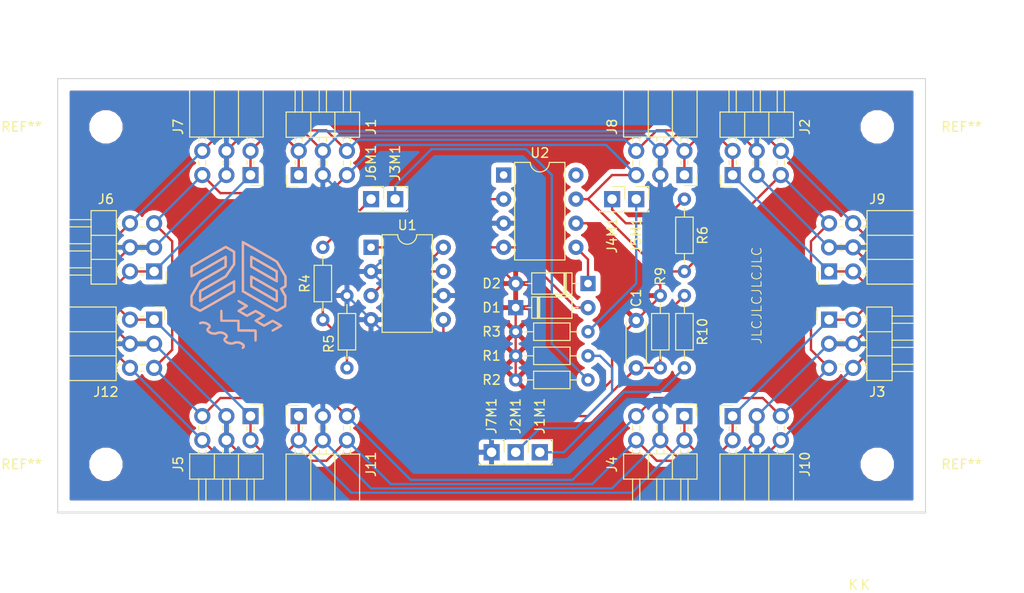
<source format=kicad_pcb>
(kicad_pcb (version 20171130) (host pcbnew "(5.0.2)-1")
  (layers (0 F.Cu signal) (31 B.Cu signal) (34 B.Paste user hide) (35 F.Paste user hide) (36 B.SilkS user) (37 F.SilkS user) (38 B.Mask user) (39 F.Mask user) (44 Edge.Cuts user))
  (net 0 "")
  (net 1 "Net-(C1-Pad1)")
  (net 2 "Net-(C1-Pad2)")
  (net 3 "Net-(D1-Pad1)")
  (net 4 "Net-(D1-Pad2)")
  (net 5 "Net-(D2-Pad1)")
  (net 6 "Net-(J1M1-Pad1)")
  (net 7 "Net-(J2M1-Pad1)")
  (net 8 "Net-(J3M1-Pad1)")
  (net 9 "Net-(J4M1-Pad1)")
  (net 10 "Net-(J5M1-Pad1)")
  (net 11 "Net-(J6M1-Pad1)")
  (net 12 "Net-(R4-Pad1)")
  (net 13 +5V)
  (net 14 +12V)
  (net 15 "Net-(U2-Pad1)")
  (net 16 "Net-(U2-Pad8)")
  (net 17 GND)
  (net 18 -12V)
  (module sb-lib:PinSocket_2x03_P2.54mm_Horizontal-overedge (layer F.Cu) (at 166.37 83.82 270)
    (fp_text reference J8 (at -5.08 7.62 270) (layer F.SilkS))
    (fp_text value Conn_02x03_Odd_Even)
    (pad 1 thru_hole rect (at 0 0 270) (size 1.7 1.7) (drill 1) (layers *.Cu *.Mask) (net 13 +5V))
    (pad 2 thru_hole oval (at -2.54 0 270) (size 1.7 1.7) (drill 1) (layers *.Cu *.Mask) (net 13 +5V))
    (pad 3 thru_hole oval (at 0 2.54 270) (size 1.7 1.7) (drill 1) (layers *.Cu *.Mask) (net 17 GND))
    (pad 4 thru_hole oval (at -2.54 2.54 270) (size 1.7 1.7) (drill 1) (layers *.Cu *.Mask) (net 17 GND))
    (pad 5 thru_hole oval (at 0 5.08 270) (size 1.7 1.7) (drill 1) (layers *.Cu *.Mask) (net 14 +12V))
    (pad 6 thru_hole oval (at -2.54 5.08 270) (size 1.7 1.7) (drill 1) (layers *.Cu *.Mask) (net 18 -12V))
  )
  (module sb-lib:PinSocket_2x03_P2.54mm_Horizontal-overedge (layer F.Cu) (at 181.61 93.98 180)
    (fp_text reference J9 (at -5.08 7.62 180) (layer F.SilkS))
    (fp_text value Conn_02x03_Odd_Even)
    (pad 1 thru_hole rect (at 0 0 180) (size 1.7 1.7) (drill 1) (layers *.Cu *.Mask) (net 13 +5V))
    (pad 2 thru_hole oval (at -2.54 0 180) (size 1.7 1.7) (drill 1) (layers *.Cu *.Mask) (net 13 +5V))
    (pad 3 thru_hole oval (at 0 2.54 180) (size 1.7 1.7) (drill 1) (layers *.Cu *.Mask) (net 17 GND))
    (pad 4 thru_hole oval (at -2.54 2.54 180) (size 1.7 1.7) (drill 1) (layers *.Cu *.Mask) (net 17 GND))
    (pad 5 thru_hole oval (at 0 5.08 180) (size 1.7 1.7) (drill 1) (layers *.Cu *.Mask) (net 14 +12V))
    (pad 6 thru_hole oval (at -2.54 5.08 180) (size 1.7 1.7) (drill 1) (layers *.Cu *.Mask) (net 18 -12V))
  )
  (module sb-lib:PinSocket_2x03_P2.54mm_Horizontal-overedge (layer F.Cu) (at 171.45 109.22 90)
    (fp_text reference J10 (at -5.08 7.62 90) (layer F.SilkS))
    (fp_text value Conn_02x03_Odd_Even)
    (pad 1 thru_hole rect (at 0 0 90) (size 1.7 1.7) (drill 1) (layers *.Cu *.Mask) (net 13 +5V))
    (pad 2 thru_hole oval (at -2.54 0 90) (size 1.7 1.7) (drill 1) (layers *.Cu *.Mask) (net 13 +5V))
    (pad 3 thru_hole oval (at 0 2.54 90) (size 1.7 1.7) (drill 1) (layers *.Cu *.Mask) (net 17 GND))
    (pad 4 thru_hole oval (at -2.54 2.54 90) (size 1.7 1.7) (drill 1) (layers *.Cu *.Mask) (net 17 GND))
    (pad 5 thru_hole oval (at 0 5.08 90) (size 1.7 1.7) (drill 1) (layers *.Cu *.Mask) (net 14 +12V))
    (pad 6 thru_hole oval (at -2.54 5.08 90) (size 1.7 1.7) (drill 1) (layers *.Cu *.Mask) (net 18 -12V))
  )
  (module sb-lib:PinSocket_2x03_P2.54mm_Horizontal-overedge (layer F.Cu) (at 125.73 109.22 90)
    (fp_text reference J11 (at -5.08 7.62 90) (layer F.SilkS))
    (fp_text value Conn_02x03_Odd_Even)
    (pad 1 thru_hole rect (at 0 0 90) (size 1.7 1.7) (drill 1) (layers *.Cu *.Mask) (net 13 +5V))
    (pad 2 thru_hole oval (at -2.54 0 90) (size 1.7 1.7) (drill 1) (layers *.Cu *.Mask) (net 13 +5V))
    (pad 3 thru_hole oval (at 0 2.54 90) (size 1.7 1.7) (drill 1) (layers *.Cu *.Mask) (net 17 GND))
    (pad 4 thru_hole oval (at -2.54 2.54 90) (size 1.7 1.7) (drill 1) (layers *.Cu *.Mask) (net 17 GND))
    (pad 5 thru_hole oval (at 0 5.08 90) (size 1.7 1.7) (drill 1) (layers *.Cu *.Mask) (net 14 +12V))
    (pad 6 thru_hole oval (at -2.54 5.08 90) (size 1.7 1.7) (drill 1) (layers *.Cu *.Mask) (net 18 -12V))
  )
  (module sb-lib:PinSocket_2x03_P2.54mm_Horizontal-overedge (layer F.Cu) (at 110.49 99.06)
    (fp_text reference J12 (at -5.08 7.62) (layer F.SilkS))
    (fp_text value Conn_02x03_Odd_Even)
    (pad 1 thru_hole rect (at 0 0) (size 1.7 1.7) (drill 1) (layers *.Cu *.Mask) (net 13 +5V))
    (pad 2 thru_hole oval (at -2.54 0) (size 1.7 1.7) (drill 1) (layers *.Cu *.Mask) (net 13 +5V))
    (pad 3 thru_hole oval (at 0 2.54) (size 1.7 1.7) (drill 1) (layers *.Cu *.Mask) (net 17 GND))
    (pad 4 thru_hole oval (at -2.54 2.54) (size 1.7 1.7) (drill 1) (layers *.Cu *.Mask) (net 17 GND))
    (pad 5 thru_hole oval (at 0 5.08) (size 1.7 1.7) (drill 1) (layers *.Cu *.Mask) (net 14 +12V))
    (pad 6 thru_hole oval (at -2.54 5.08) (size 1.7 1.7) (drill 1) (layers *.Cu *.Mask) (net 18 -12V))
  )
  (module sb-lib:PinSocket_2x03_P2.54mm_Horizontal-overedge (layer F.Cu) (at 120.65 83.82 270)
    (fp_text reference J7 (at -5.08 7.62 270) (layer F.SilkS))
    (fp_text value Conn_02x03_Odd_Even)
    (pad 1 thru_hole rect (at 0 0 270) (size 1.7 1.7) (drill 1) (layers *.Cu *.Mask) (net 13 +5V))
    (pad 2 thru_hole oval (at -2.54 0 270) (size 1.7 1.7) (drill 1) (layers *.Cu *.Mask) (net 13 +5V))
    (pad 3 thru_hole oval (at 0 2.54 270) (size 1.7 1.7) (drill 1) (layers *.Cu *.Mask) (net 17 GND))
    (pad 4 thru_hole oval (at -2.54 2.54 270) (size 1.7 1.7) (drill 1) (layers *.Cu *.Mask) (net 17 GND))
    (pad 5 thru_hole oval (at 0 5.08 270) (size 1.7 1.7) (drill 1) (layers *.Cu *.Mask) (net 14 +12V))
    (pad 6 thru_hole oval (at -2.54 5.08 270) (size 1.7 1.7) (drill 1) (layers *.Cu *.Mask) (net 18 -12V))
  )
  (module sb-lib:PinHeader_2x03_P2.54mm_Horizontal-overedge (layer F.Cu) (at 125.73 83.82 90)
    (fp_text reference J1 (at 5.08 7.62 90) (layer F.SilkS))
    (fp_text value Conn_02x03_Odd_Even)
    (pad 6 thru_hole oval (at 2.54 5.08 90) (size 1.7 1.7) (drill 1) (layers *.Cu *.Mask) (net 18 -12V))
    (pad 5 thru_hole oval (at 0 5.08 90) (size 1.7 1.7) (drill 1) (layers *.Cu *.Mask) (net 14 +12V))
    (pad 4 thru_hole oval (at 2.54 2.54 90) (size 1.7 1.7) (drill 1) (layers *.Cu *.Mask) (net 17 GND))
    (pad 3 thru_hole oval (at 0 2.54 90) (size 1.7 1.7) (drill 1) (layers *.Cu *.Mask) (net 17 GND))
    (pad 2 thru_hole oval (at 2.54 0 90) (size 1.7 1.7) (drill 1) (layers *.Cu *.Mask) (net 13 +5V))
    (pad 1 thru_hole rect (at 0 0 90) (size 1.7 1.7) (drill 1) (layers *.Cu *.Mask) (net 13 +5V))
  )
  (module sb-lib:PinHeader_2x03_P2.54mm_Horizontal-overedge (layer F.Cu) (at 171.45 83.82 90)
    (fp_text reference J2 (at 5.08 7.62 90) (layer F.SilkS))
    (fp_text value Conn_02x03_Odd_Even)
    (pad 6 thru_hole oval (at 2.54 5.08 90) (size 1.7 1.7) (drill 1) (layers *.Cu *.Mask) (net 18 -12V))
    (pad 5 thru_hole oval (at 0 5.08 90) (size 1.7 1.7) (drill 1) (layers *.Cu *.Mask) (net 14 +12V))
    (pad 4 thru_hole oval (at 2.54 2.54 90) (size 1.7 1.7) (drill 1) (layers *.Cu *.Mask) (net 17 GND))
    (pad 3 thru_hole oval (at 0 2.54 90) (size 1.7 1.7) (drill 1) (layers *.Cu *.Mask) (net 17 GND))
    (pad 2 thru_hole oval (at 2.54 0 90) (size 1.7 1.7) (drill 1) (layers *.Cu *.Mask) (net 13 +5V))
    (pad 1 thru_hole rect (at 0 0 90) (size 1.7 1.7) (drill 1) (layers *.Cu *.Mask) (net 13 +5V))
  )
  (module sb-lib:PinHeader_2x03_P2.54mm_Horizontal-overedge (layer F.Cu) (at 181.61 99.06)
    (fp_text reference J3 (at 5.08 7.62) (layer F.SilkS))
    (fp_text value Conn_02x03_Odd_Even)
    (pad 6 thru_hole oval (at 2.54 5.08) (size 1.7 1.7) (drill 1) (layers *.Cu *.Mask) (net 18 -12V))
    (pad 5 thru_hole oval (at 0 5.08) (size 1.7 1.7) (drill 1) (layers *.Cu *.Mask) (net 14 +12V))
    (pad 4 thru_hole oval (at 2.54 2.54) (size 1.7 1.7) (drill 1) (layers *.Cu *.Mask) (net 17 GND))
    (pad 3 thru_hole oval (at 0 2.54) (size 1.7 1.7) (drill 1) (layers *.Cu *.Mask) (net 17 GND))
    (pad 2 thru_hole oval (at 2.54 0) (size 1.7 1.7) (drill 1) (layers *.Cu *.Mask) (net 13 +5V))
    (pad 1 thru_hole rect (at 0 0) (size 1.7 1.7) (drill 1) (layers *.Cu *.Mask) (net 13 +5V))
  )
  (module sb-lib:PinHeader_2x03_P2.54mm_Horizontal-overedge (layer F.Cu) (at 166.37 109.22 270)
    (fp_text reference J4 (at 5.08 7.62 270) (layer F.SilkS))
    (fp_text value Conn_02x03_Odd_Even)
    (pad 6 thru_hole oval (at 2.54 5.08 270) (size 1.7 1.7) (drill 1) (layers *.Cu *.Mask) (net 18 -12V))
    (pad 5 thru_hole oval (at 0 5.08 270) (size 1.7 1.7) (drill 1) (layers *.Cu *.Mask) (net 14 +12V))
    (pad 4 thru_hole oval (at 2.54 2.54 270) (size 1.7 1.7) (drill 1) (layers *.Cu *.Mask) (net 17 GND))
    (pad 3 thru_hole oval (at 0 2.54 270) (size 1.7 1.7) (drill 1) (layers *.Cu *.Mask) (net 17 GND))
    (pad 2 thru_hole oval (at 2.54 0 270) (size 1.7 1.7) (drill 1) (layers *.Cu *.Mask) (net 13 +5V))
    (pad 1 thru_hole rect (at 0 0 270) (size 1.7 1.7) (drill 1) (layers *.Cu *.Mask) (net 13 +5V))
  )
  (module sb-lib:PinHeader_2x03_P2.54mm_Horizontal-overedge (layer F.Cu) (at 120.65 109.22 270)
    (fp_text reference J5 (at 5.08 7.62 270) (layer F.SilkS))
    (fp_text value Conn_02x03_Odd_Even)
    (pad 6 thru_hole oval (at 2.54 5.08 270) (size 1.7 1.7) (drill 1) (layers *.Cu *.Mask) (net 18 -12V))
    (pad 5 thru_hole oval (at 0 5.08 270) (size 1.7 1.7) (drill 1) (layers *.Cu *.Mask) (net 14 +12V))
    (pad 4 thru_hole oval (at 2.54 2.54 270) (size 1.7 1.7) (drill 1) (layers *.Cu *.Mask) (net 17 GND))
    (pad 3 thru_hole oval (at 0 2.54 270) (size 1.7 1.7) (drill 1) (layers *.Cu *.Mask) (net 17 GND))
    (pad 2 thru_hole oval (at 2.54 0 270) (size 1.7 1.7) (drill 1) (layers *.Cu *.Mask) (net 13 +5V))
    (pad 1 thru_hole rect (at 0 0 270) (size 1.7 1.7) (drill 1) (layers *.Cu *.Mask) (net 13 +5V))
  )
  (module sb-lib:PinHeader_2x03_P2.54mm_Horizontal-overedge (layer F.Cu) (at 110.49 93.98 180)
    (fp_text reference J6 (at 5.08 7.62 180) (layer F.SilkS))
    (fp_text value Conn_02x03_Odd_Even)
    (pad 6 thru_hole oval (at 2.54 5.08 180) (size 1.7 1.7) (drill 1) (layers *.Cu *.Mask) (net 18 -12V))
    (pad 5 thru_hole oval (at 0 5.08 180) (size 1.7 1.7) (drill 1) (layers *.Cu *.Mask) (net 14 +12V))
    (pad 4 thru_hole oval (at 2.54 2.54 180) (size 1.7 1.7) (drill 1) (layers *.Cu *.Mask) (net 17 GND))
    (pad 3 thru_hole oval (at 0 2.54 180) (size 1.7 1.7) (drill 1) (layers *.Cu *.Mask) (net 17 GND))
    (pad 2 thru_hole oval (at 2.54 0 180) (size 1.7 1.7) (drill 1) (layers *.Cu *.Mask) (net 13 +5V))
    (pad 1 thru_hole rect (at 0 0 180) (size 1.7 1.7) (drill 1) (layers *.Cu *.Mask) (net 13 +5V))
  )
  (module Resistor_THT:R_Axial_DIN0204_L3.6mm_D1.6mm_P7.62mm_Horizontal (layer F.Cu) (at 130.81 104.14 90)
    (fp_text reference R5 (at 2.54 -1.905 90) (layer F.SilkS))
    (fp_text value 220)
    (pad 2 thru_hole oval (at 7.62 0 90) (size 1.4 1.4) (drill 0.7) (layers *.Cu *.Mask) (net 17 GND))
    (pad 1 thru_hole circle (at 0 0 90) (size 1.4 1.4) (drill 0.7) (layers *.Cu *.Mask) (net 12 "Net-(R4-Pad1)"))
  )
  (module Capacitor_THT:C_Disc_D4.3mm_W1.9mm_P5.00mm (layer F.Cu) (at 161.29 104.14 90)
    (fp_text reference C1 (at 7.366 0 90) (layer F.SilkS))
    (fp_text value 33pF)
    (pad 1 thru_hole circle (at 0 0 90) (size 1.6 1.6) (drill 0.8) (layers *.Cu *.Mask) (net 1 "Net-(C1-Pad1)"))
    (pad 2 thru_hole circle (at 5 0 90) (size 1.6 1.6) (drill 0.8) (layers *.Cu *.Mask) (net 2 "Net-(C1-Pad2)"))
  )
  (module Diode_THT:D_DO-35_SOD27_P7.62mm_Horizontal (layer F.Cu) (at 148.59 97.79)
    (fp_text reference D1 (at -2.54 0) (layer F.SilkS))
    (fp_text value 1N4148)
    (fp_text user K (at 35.56 29.21) (layer F.SilkS))
    (pad 1 thru_hole rect (at 0 0) (size 1.6 1.6) (drill 0.8) (layers *.Cu *.Mask) (net 3 "Net-(D1-Pad1)"))
    (pad 2 thru_hole oval (at 7.62 0) (size 1.6 1.6) (drill 0.8) (layers *.Cu *.Mask) (net 4 "Net-(D1-Pad2)"))
  )
  (module Diode_THT:D_DO-35_SOD27_P7.62mm_Horizontal (layer F.Cu) (at 156.21 95.25 180)
    (fp_text reference D2 (at 10.16 0 180) (layer F.SilkS))
    (fp_text value 1N4148)
    (fp_text user K (at -29.21 -31.75 180) (layer F.SilkS))
    (pad 1 thru_hole rect (at 0 0 180) (size 1.6 1.6) (drill 0.8) (layers *.Cu *.Mask) (net 5 "Net-(D2-Pad1)"))
    (pad 2 thru_hole oval (at 7.62 0 180) (size 1.6 1.6) (drill 0.8) (layers *.Cu *.Mask) (net 3 "Net-(D1-Pad1)"))
  )
  (module Connector_PinSocket_2.54mm:PinSocket_1x01_P2.54mm_Vertical (layer F.Cu) (at 151.13 113.03)
    (fp_text reference J1M1 (at 0 -3.81 90) (layer F.SilkS))
    (fp_text value Conn_01x01)
    (pad 1 thru_hole rect (at 0 0) (size 1.7 1.7) (drill 1) (layers *.Cu *.Mask) (net 6 "Net-(J1M1-Pad1)"))
  )
  (module Connector_PinSocket_2.54mm:PinSocket_1x01_P2.54mm_Vertical (layer F.Cu) (at 148.59 113.03)
    (fp_text reference J2M1 (at 0 -3.81 90) (layer F.SilkS))
    (fp_text value Conn_01x01)
    (pad 1 thru_hole rect (at 0 0) (size 1.7 1.7) (drill 1) (layers *.Cu *.Mask) (net 7 "Net-(J2M1-Pad1)"))
  )
  (module Connector_PinSocket_2.54mm:PinSocket_1x01_P2.54mm_Vertical (layer F.Cu) (at 135.89 86.36)
    (fp_text reference J3M1 (at 0 -3.81 90) (layer F.SilkS))
    (fp_text value Conn_01x01)
    (pad 1 thru_hole rect (at 0 0) (size 1.7 1.7) (drill 1) (layers *.Cu *.Mask) (net 8 "Net-(J3M1-Pad1)"))
  )
  (module Connector_PinSocket_2.54mm:PinSocket_1x01_P2.54mm_Vertical (layer F.Cu) (at 158.75 86.36)
    (fp_text reference J4M1 (at 0 3.81 90) (layer F.SilkS))
    (fp_text value Conn_01x01)
    (pad 1 thru_hole rect (at 0 0) (size 1.7 1.7) (drill 1) (layers *.Cu *.Mask) (net 9 "Net-(J4M1-Pad1)"))
  )
  (module Connector_PinSocket_2.54mm:PinSocket_1x01_P2.54mm_Vertical (layer F.Cu) (at 161.29 86.36)
    (fp_text reference J5M1 (at 0 3.81 90) (layer F.SilkS))
    (fp_text value Conn_01x01)
    (pad 1 thru_hole rect (at 0 0) (size 1.7 1.7) (drill 1) (layers *.Cu *.Mask) (net 10 "Net-(J5M1-Pad1)"))
  )
  (module Connector_PinSocket_2.54mm:PinSocket_1x01_P2.54mm_Vertical (layer F.Cu) (at 133.35 86.36)
    (fp_text reference J6M1 (at 0 -3.81 90) (layer F.SilkS))
    (fp_text value Conn_01x01)
    (pad 1 thru_hole rect (at 0 0) (size 1.7 1.7) (drill 1) (layers *.Cu *.Mask) (net 11 "Net-(J6M1-Pad1)"))
  )
  (module Resistor_THT:R_Axial_DIN0204_L3.6mm_D1.6mm_P7.62mm_Horizontal (layer F.Cu) (at 148.59 102.87)
    (fp_text reference R1 (at -2.54 0) (layer F.SilkS))
    (fp_text value 100k)
    (pad 1 thru_hole circle (at 0 0) (size 1.4 1.4) (drill 0.7) (layers *.Cu *.Mask) (net 3 "Net-(D1-Pad1)"))
    (pad 2 thru_hole oval (at 7.62 0) (size 1.4 1.4) (drill 0.7) (layers *.Cu *.Mask) (net 7 "Net-(J2M1-Pad1)"))
  )
  (module Resistor_THT:R_Axial_DIN0204_L3.6mm_D1.6mm_P7.62mm_Horizontal (layer F.Cu) (at 148.59 105.41)
    (fp_text reference R2 (at -2.54 0) (layer F.SilkS))
    (fp_text value 100k)
    (pad 1 thru_hole circle (at 0 0) (size 1.4 1.4) (drill 0.7) (layers *.Cu *.Mask) (net 3 "Net-(D1-Pad1)"))
    (pad 2 thru_hole oval (at 7.62 0) (size 1.4 1.4) (drill 0.7) (layers *.Cu *.Mask) (net 8 "Net-(J3M1-Pad1)"))
  )
  (module Resistor_THT:R_Axial_DIN0204_L3.6mm_D1.6mm_P7.62mm_Horizontal (layer F.Cu) (at 148.59 100.33)
    (fp_text reference R3 (at -2.54 0) (layer F.SilkS))
    (fp_text value 100k)
    (pad 2 thru_hole oval (at 7.62 0) (size 1.4 1.4) (drill 0.7) (layers *.Cu *.Mask) (net 10 "Net-(J5M1-Pad1)"))
    (pad 1 thru_hole circle (at 0 0) (size 1.4 1.4) (drill 0.7) (layers *.Cu *.Mask) (net 3 "Net-(D1-Pad1)"))
  )
  (module Resistor_THT:R_Axial_DIN0204_L3.6mm_D1.6mm_P7.62mm_Horizontal (layer F.Cu) (at 128.27 99.06 90)
    (fp_text reference R4 (at 3.81 -1.905 90) (layer F.SilkS))
    (fp_text value 100k)
    (pad 1 thru_hole circle (at 0 0 90) (size 1.4 1.4) (drill 0.7) (layers *.Cu *.Mask) (net 12 "Net-(R4-Pad1)"))
    (pad 2 thru_hole oval (at 7.62 0 90) (size 1.4 1.4) (drill 0.7) (layers *.Cu *.Mask) (net 11 "Net-(J6M1-Pad1)"))
  )
  (module Resistor_THT:R_Axial_DIN0204_L3.6mm_D1.6mm_P7.62mm_Horizontal (layer F.Cu) (at 166.37 86.36 270)
    (fp_text reference R6 (at 3.81 -1.92 270) (layer F.SilkS))
    (fp_text value 20k)
    (pad 2 thru_hole oval (at 7.62 0 270) (size 1.4 1.4) (drill 0.7) (layers *.Cu *.Mask) (net 14 +12V))
    (pad 1 thru_hole circle (at 0 0 270) (size 1.4 1.4) (drill 0.7) (layers *.Cu *.Mask) (net 9 "Net-(J4M1-Pad1)"))
  )
  (module Resistor_THT:R_Axial_DIN0204_L3.6mm_D1.6mm_P7.62mm_Horizontal (layer F.Cu) (at 163.83 104.14 90)
    (fp_text reference R9 (at 9.652 0 90) (layer F.SilkS))
    (fp_text value 560k)
    (pad 1 thru_hole circle (at 0 0 90) (size 1.4 1.4) (drill 0.7) (layers *.Cu *.Mask) (net 1 "Net-(C1-Pad1)"))
    (pad 2 thru_hole oval (at 7.62 0 90) (size 1.4 1.4) (drill 0.7) (layers *.Cu *.Mask) (net 2 "Net-(C1-Pad2)"))
  )
  (module Resistor_THT:R_Axial_DIN0204_L3.6mm_D1.6mm_P7.62mm_Horizontal (layer F.Cu) (at 166.37 104.14 90)
    (fp_text reference R10 (at 3.81 1.905 90) (layer F.SilkS))
    (fp_text value 1k)
    (pad 2 thru_hole oval (at 7.62 0 90) (size 1.4 1.4) (drill 0.7) (layers *.Cu *.Mask) (net 1 "Net-(C1-Pad1)"))
    (pad 1 thru_hole circle (at 0 0 90) (size 1.4 1.4) (drill 0.7) (layers *.Cu *.Mask) (net 6 "Net-(J1M1-Pad1)"))
  )
  (module Package_DIP:DIP-8_W7.62mm (layer F.Cu) (at 147.32 83.82)
    (fp_text reference U2 (at 3.81 -2.33) (layer F.SilkS))
    (fp_text value CA3080)
    (pad 1 thru_hole rect (at 0 0) (size 1.6 1.6) (drill 0.8) (layers *.Cu *.Mask) (net 15 "Net-(U2-Pad1)"))
    (pad 5 thru_hole oval (at 7.62 7.62) (size 1.6 1.6) (drill 0.8) (layers *.Cu *.Mask) (net 5 "Net-(D2-Pad1)"))
    (pad 2 thru_hole oval (at 0 2.54) (size 1.6 1.6) (drill 0.8) (layers *.Cu *.Mask) (net 12 "Net-(R4-Pad1)"))
    (pad 6 thru_hole oval (at 7.62 5.08) (size 1.6 1.6) (drill 0.8) (layers *.Cu *.Mask) (net 2 "Net-(C1-Pad2)"))
    (pad 3 thru_hole oval (at 0 5.08) (size 1.6 1.6) (drill 0.8) (layers *.Cu *.Mask) (net 17 GND))
    (pad 7 thru_hole oval (at 7.62 2.54) (size 1.6 1.6) (drill 0.8) (layers *.Cu *.Mask) (net 14 +12V))
    (pad 4 thru_hole oval (at 0 7.62) (size 1.6 1.6) (drill 0.8) (layers *.Cu *.Mask) (net 4 "Net-(D1-Pad2)"))
    (pad 8 thru_hole oval (at 7.62 0) (size 1.6 1.6) (drill 0.8) (layers *.Cu *.Mask) (net 16 "Net-(U2-Pad8)"))
  )
  (module Connector_PinSocket_2.54mm:PinSocket_1x01_P2.54mm_Vertical (layer F.Cu) (at 146.05 113.03)
    (fp_text reference J7M1 (at 0 -3.81 90) (layer F.SilkS))
    (fp_text value Conn_01x01)
    (pad 1 thru_hole rect (at 0 0) (size 1.7 1.7) (drill 1) (layers *.Cu *.Mask) (net 17 GND))
  )
  (module Package_DIP:DIP-8_W7.62mm (layer F.Cu) (at 133.35 91.44)
    (fp_text reference U1 (at 3.81 -2.33) (layer F.SilkS))
    (fp_text value TL072)
    (pad 1 thru_hole rect (at 0 0) (size 1.6 1.6) (drill 0.8) (layers *.Cu *.Mask) (net 4 "Net-(D1-Pad2)"))
    (pad 5 thru_hole oval (at 7.62 7.62) (size 1.6 1.6) (drill 0.8) (layers *.Cu *.Mask) (net 2 "Net-(C1-Pad2)"))
    (pad 2 thru_hole oval (at 0 2.54) (size 1.6 1.6) (drill 0.8) (layers *.Cu *.Mask) (net 17 GND))
    (pad 6 thru_hole oval (at 7.62 5.08) (size 1.6 1.6) (drill 0.8) (layers *.Cu *.Mask) (net 17 GND))
    (pad 3 thru_hole oval (at 0 5.08) (size 1.6 1.6) (drill 0.8) (layers *.Cu *.Mask) (net 3 "Net-(D1-Pad1)"))
    (pad 7 thru_hole oval (at 7.62 2.54) (size 1.6 1.6) (drill 0.8) (layers *.Cu *.Mask) (net 1 "Net-(C1-Pad1)"))
    (pad 4 thru_hole oval (at 0 7.62) (size 1.6 1.6) (drill 0.8) (layers *.Cu *.Mask) (net 17 GND))
    (pad 8 thru_hole oval (at 7.62 0) (size 1.6 1.6) (drill 0.8) (layers *.Cu *.Mask) (net 14 +12V))
  )
  (module logo:synthbloks-logo-pcb-soldermask (layer B.Cu) (at 119.38 96.52)
    (fp_text reference G*** hide)
    (fp_text value LOGO hide)
  )
  (module logo:synthbloks-logo-pcb-silkscreen (layer B.Cu) (at 119.38 96.52)
    (fp_text reference G*** hide)
    (fp_text value LOGO hide)
  )
  (module MountingHole:MountingHole_2.5mm (layer F.Cu) (at 105.41 78.74)
    (fp_text reference REF** (at -8.89 0) (layer F.SilkS))
    (fp_text value MountingHole_2.5mm)
    (pad 1 np_thru_hole circle (at 0 0) (size 2.5 2.5) (drill 2.5) (layers *.Cu *.Mask))
  )
  (module MountingHole:MountingHole_2.5mm (layer F.Cu) (at 105.41 114.3)
    (fp_text reference REF** (at -8.89 0) (layer F.SilkS))
    (fp_text value MountingHole_2.5mm)
    (pad 1 np_thru_hole circle (at 0 0) (size 2.5 2.5) (drill 2.5) (layers *.Cu *.Mask))
  )
  (module MountingHole:MountingHole_2.5mm (layer F.Cu) (at 186.69 114.3)
    (fp_text reference REF** (at 8.89 0) (layer F.SilkS))
    (fp_text value MountingHole_2.5mm)
    (pad 1 np_thru_hole circle (at 0 0) (size 2.5 2.5) (drill 2.5) (layers *.Cu *.Mask))
  )
  (module MountingHole:MountingHole_2.5mm (layer F.Cu) (at 186.69 78.74)
    (fp_text reference REF** (at 8.89 0) (layer F.SilkS))
    (fp_text value MountingHole_2.5mm)
    (pad "" np_thru_hole circle (at 0 0) (size 2.5 2.5) (drill 2.5) (layers *.Cu *.Mask))
  )
  (gr_text JLCJLCJLCJLC (at 173.99 96.52 90) (layer F.SilkS) (effects (font (size 1 1) (thickness 0.1))))
  (gr_line (start 100.33 119.38) (end 191.77 119.38) (layer Edge.Cuts) (width 0.2))
  (gr_line (start 100.33 119.38) (end 100.33 73.66) (layer Edge.Cuts) (width 0.1))
  (gr_line (start 191.77 73.66) (end 191.77 119.38) (layer Edge.Cuts) (width 0.1))
  (gr_line (start 100.33 73.66) (end 191.77 73.66) (layer Edge.Cuts) (width 0.1))
  (segment (start 161.29 104.14) (end 163.83 104.14) (width 0.25) (layer F.Cu) (net 1))
  (segment (start 163.83 99.06) (end 166.37 96.52) (width 0.25) (layer F.Cu) (net 1))
  (segment (start 163.83 104.14) (end 163.83 99.06) (width 0.25) (layer F.Cu) (net 1))
  (segment (start 156.21 109.22) (end 161.29 104.14) (width 0.25) (layer F.Cu) (net 1))
  (segment (start 148.59 109.22) (end 156.21 109.22) (width 0.25) (layer F.Cu) (net 1))
  (segment (start 139.7 93.98) (end 140.97 93.98) (width 0.25) (layer F.Cu) (net 1))
  (segment (start 138.43 95.25) (end 139.7 93.98) (width 0.25) (layer F.Cu) (net 1))
  (segment (start 148.59 109.22) (end 138.43 99.06) (width 0.25) (layer F.Cu) (net 1))
  (segment (start 138.43 99.06) (end 138.43 95.25) (width 0.25) (layer F.Cu) (net 1))
  (segment (start 163.83 96.6) (end 163.83 96.52) (width 0.25) (layer F.Cu) (net 2))
  (segment (start 161.29 99.14) (end 163.83 96.6) (width 0.25) (layer F.Cu) (net 2))
  (segment (start 163.83 96.52) (end 163.83 95.25) (width 0.25) (layer F.Cu) (net 2))
  (segment (start 163.83 95.25) (end 157.48 88.9) (width 0.25) (layer F.Cu) (net 2))
  (segment (start 157.48 88.9) (end 156.21 88.9) (width 0.25) (layer F.Cu) (net 2))
  (segment (start 158.75 105.41) (end 156.21 107.95) (width 0.25) (layer F.Cu) (net 2))
  (segment (start 161.29 99.14) (end 158.75 101.68) (width 0.25) (layer F.Cu) (net 2))
  (segment (start 158.75 101.68) (end 158.75 105.41) (width 0.25) (layer F.Cu) (net 2))
  (segment (start 156.21 88.9) (end 154.94 88.9) (width 0.25) (layer F.Cu) (net 2))
  (segment (start 156.21 107.95) (end 148.59 107.95) (width 0.25) (layer F.Cu) (net 2))
  (segment (start 148.59 107.95) (end 140.97 100.33) (width 0.25) (layer F.Cu) (net 2))
  (segment (start 140.97 100.33) (end 140.97 99.06) (width 0.25) (layer F.Cu) (net 2))
  (segment (start 148.59 95.25) (end 148.59 97.79) (width 0.25) (layer F.Cu) (net 3))
  (segment (start 148.59 97.79) (end 148.59 100.33) (width 0.25) (layer F.Cu) (net 3))
  (segment (start 148.59 100.33) (end 148.59 102.87) (width 0.25) (layer F.Cu) (net 3))
  (segment (start 148.59 102.87) (end 148.59 105.41) (width 0.25) (layer F.Cu) (net 3))
  (segment (start 148.59 95.25) (end 142.24 88.9) (width 0.25) (layer F.Cu) (net 3))
  (segment (start 140.97 88.9) (end 133.35 96.52) (width 0.25) (layer F.Cu) (net 3))
  (segment (start 142.24 88.9) (end 140.97 88.9) (width 0.25) (layer F.Cu) (net 3))
  (segment (start 148.59 91.44) (end 154.94 97.79) (width 0.25) (layer F.Cu) (net 4))
  (segment (start 154.94 97.79) (end 156.21 97.79) (width 0.25) (layer F.Cu) (net 4))
  (segment (start 142.24 87.63) (end 146.05 91.44) (width 0.25) (layer F.Cu) (net 4))
  (segment (start 146.05 91.44) (end 148.59 91.44) (width 0.25) (layer F.Cu) (net 4))
  (segment (start 135.89 91.44) (end 133.35 91.44) (width 0.25) (layer F.Cu) (net 4))
  (segment (start 139.7 87.63) (end 135.89 91.44) (width 0.25) (layer F.Cu) (net 4))
  (segment (start 139.7 87.63) (end 142.24 87.63) (width 0.25) (layer F.Cu) (net 4))
  (segment (start 156.21 92.71) (end 154.94 91.44) (width 0.25) (layer F.Cu) (net 5))
  (segment (start 156.21 92.71) (end 156.21 95.25) (width 0.25) (layer F.Cu) (net 5))
  (segment (start 153.67 113.03) (end 160.02 106.68) (width 0.25) (layer B.Cu) (net 6))
  (segment (start 163.83 106.68) (end 166.37 104.14) (width 0.25) (layer B.Cu) (net 6))
  (segment (start 160.02 106.68) (end 163.83 106.68) (width 0.25) (layer B.Cu) (net 6))
  (segment (start 153.67 113.03) (end 151.13 113.03) (width 0.25) (layer B.Cu) (net 6))
  (segment (start 157.48 102.87) (end 158.75 104.14) (width 0.25) (layer B.Cu) (net 7))
  (segment (start 158.75 104.14) (end 158.75 106.68) (width 0.25) (layer B.Cu) (net 7))
  (segment (start 158.75 106.68) (end 154.94 110.49) (width 0.25) (layer B.Cu) (net 7))
  (segment (start 156.21 102.87) (end 157.48 102.87) (width 0.25) (layer B.Cu) (net 7))
  (segment (start 151.13 110.49) (end 148.59 113.03) (width 0.25) (layer B.Cu) (net 7))
  (segment (start 154.94 110.49) (end 151.13 110.49) (width 0.25) (layer B.Cu) (net 7))
  (segment (start 135.89 85.09) (end 135.89 86.36) (width 0.25) (layer B.Cu) (net 8))
  (segment (start 152.4 101.6) (end 152.4 83.82) (width 0.25) (layer B.Cu) (net 8))
  (segment (start 156.21 105.41) (end 152.4 101.6) (width 0.25) (layer B.Cu) (net 8))
  (segment (start 152.4 83.82) (end 149.67501 81.09501) (width 0.25) (layer B.Cu) (net 8))
  (segment (start 149.67501 81.09501) (end 139.71499 81.09501) (width 0.25) (layer B.Cu) (net 8))
  (segment (start 139.71499 81.09501) (end 135.89 84.92) (width 0.25) (layer B.Cu) (net 8))
  (segment (start 135.89 84.92) (end 135.89 85.09) (width 0.25) (layer B.Cu) (net 8))
  (segment (start 158.75 87.46) (end 160.19 88.9) (width 0.25) (layer F.Cu) (net 9))
  (segment (start 158.75 86.36) (end 158.75 87.46) (width 0.25) (layer F.Cu) (net 9))
  (segment (start 163.83 88.9) (end 166.37 86.36) (width 0.25) (layer F.Cu) (net 9))
  (segment (start 160.19 88.9) (end 163.83 88.9) (width 0.25) (layer F.Cu) (net 9))
  (segment (start 161.29 95.25) (end 161.29 86.36) (width 0.25) (layer B.Cu) (net 10))
  (segment (start 156.21 100.33) (end 161.29 95.25) (width 0.25) (layer B.Cu) (net 10))
  (segment (start 128.27 91.44) (end 133.35 86.36) (width 0.25) (layer F.Cu) (net 11))
  (segment (start 128.27 99.06) (end 130.81 101.6) (width 0.25) (layer F.Cu) (net 12))
  (segment (start 130.81 101.6) (end 130.81 104.14) (width 0.25) (layer F.Cu) (net 12))
  (segment (start 128.27 99.06) (end 128.27 93.98) (width 0.25) (layer F.Cu) (net 12))
  (segment (start 135.89 88.9) (end 133.35 88.9) (width 0.25) (layer F.Cu) (net 12))
  (segment (start 138.43 86.36) (end 135.89 88.9) (width 0.25) (layer F.Cu) (net 12))
  (segment (start 128.27 93.98) (end 133.35 88.9) (width 0.25) (layer F.Cu) (net 12))
  (segment (start 138.43 86.36) (end 147.32 86.36) (width 0.25) (layer F.Cu) (net 12))
  (segment (start 110.49 93.98) (end 111.76 92.71) (width 0.25) (layer B.Cu) (net 13))
  (segment (start 165.520001 80.430001) (end 166.37 81.28) (width 0.25) (layer B.Cu) (net 13))
  (segment (start 164.294981 79.204981) (end 165.520001 80.430001) (width 0.25) (layer B.Cu) (net 13))
  (segment (start 127.805019 79.204981) (end 164.294981 79.204981) (width 0.25) (layer B.Cu) (net 13))
  (segment (start 125.73 81.28) (end 127.805019 79.204981) (width 0.25) (layer B.Cu) (net 13))
  (segment (start 126.579999 112.609999) (end 125.73 111.76) (width 0.25) (layer B.Cu) (net 13))
  (segment (start 131.260009 117.290009) (end 126.579999 112.609999) (width 0.25) (layer B.Cu) (net 13))
  (segment (start 160.839991 117.290009) (end 131.260009 117.290009) (width 0.25) (layer B.Cu) (net 13))
  (segment (start 166.37 111.76) (end 160.839991 117.290009) (width 0.25) (layer B.Cu) (net 13))
  (segment (start 120.65 109.22) (end 110.49 99.06) (width 0.25) (layer B.Cu) (net 13))
  (segment (start 111.76 92.71) (end 120.65 83.82) (width 0.25) (layer B.Cu) (net 13))
  (segment (start 171.45 109.22) (end 181.61 99.06) (width 0.25) (layer B.Cu) (net 13))
  (segment (start 181.61 93.98) (end 180.34 92.71) (width 0.25) (layer B.Cu) (net 13))
  (segment (start 180.34 92.71) (end 171.45 83.82) (width 0.25) (layer B.Cu) (net 13))
  (segment (start 166.37 81.28) (end 167.64 80.01) (width 0.25) (layer F.Cu) (net 13))
  (segment (start 167.64 80.01) (end 170.18 80.01) (width 0.25) (layer F.Cu) (net 13))
  (segment (start 170.18 80.01) (end 171.45 81.28) (width 0.25) (layer F.Cu) (net 13))
  (segment (start 184.15 93.98) (end 185.42 95.25) (width 0.25) (layer F.Cu) (net 13))
  (segment (start 185.42 95.25) (end 185.42 97.79) (width 0.25) (layer F.Cu) (net 13))
  (segment (start 185.42 97.79) (end 184.15 99.06) (width 0.25) (layer F.Cu) (net 13))
  (segment (start 166.37 111.76) (end 167.64 113.03) (width 0.25) (layer F.Cu) (net 13))
  (segment (start 167.64 113.03) (end 170.18 113.03) (width 0.25) (layer F.Cu) (net 13))
  (segment (start 170.18 113.03) (end 171.45 111.76) (width 0.25) (layer F.Cu) (net 13))
  (segment (start 120.65 111.76) (end 121.92 113.03) (width 0.25) (layer F.Cu) (net 13))
  (segment (start 121.92 113.03) (end 124.46 113.03) (width 0.25) (layer F.Cu) (net 13))
  (segment (start 124.46 113.03) (end 125.73 111.76) (width 0.25) (layer F.Cu) (net 13))
  (segment (start 107.95 99.06) (end 106.68 97.79) (width 0.25) (layer F.Cu) (net 13))
  (segment (start 106.68 97.79) (end 106.68 95.25) (width 0.25) (layer F.Cu) (net 13))
  (segment (start 106.68 95.25) (end 107.95 93.98) (width 0.25) (layer F.Cu) (net 13))
  (segment (start 120.65 81.28) (end 121.92 80.01) (width 0.25) (layer F.Cu) (net 13))
  (segment (start 121.92 80.01) (end 124.46 80.01) (width 0.25) (layer F.Cu) (net 13))
  (segment (start 124.46 80.01) (end 125.73 81.28) (width 0.25) (layer F.Cu) (net 13))
  (segment (start 110.49 93.98) (end 107.95 93.98) (width 0.25) (layer F.Cu) (net 13))
  (segment (start 110.49 99.06) (end 107.95 99.06) (width 0.25) (layer F.Cu) (net 13))
  (segment (start 120.65 111.76) (end 120.65 109.22) (width 0.25) (layer F.Cu) (net 13))
  (segment (start 125.73 111.76) (end 125.73 109.22) (width 0.25) (layer F.Cu) (net 13))
  (segment (start 166.37 111.76) (end 166.37 109.22) (width 0.25) (layer F.Cu) (net 13))
  (segment (start 171.45 111.76) (end 171.45 109.22) (width 0.25) (layer F.Cu) (net 13))
  (segment (start 181.61 99.06) (end 184.15 99.06) (width 0.25) (layer F.Cu) (net 13))
  (segment (start 184.15 93.98) (end 181.61 93.98) (width 0.25) (layer F.Cu) (net 13))
  (segment (start 171.45 81.28) (end 171.45 83.82) (width 0.25) (layer F.Cu) (net 13))
  (segment (start 166.37 83.82) (end 166.37 81.28) (width 0.25) (layer F.Cu) (net 13))
  (segment (start 125.73 81.28) (end 125.73 83.82) (width 0.25) (layer F.Cu) (net 13))
  (segment (start 120.65 83.82) (end 120.65 81.28) (width 0.25) (layer F.Cu) (net 13))
  (segment (start 163.83 93.98) (end 166.37 93.98) (width 0.25) (layer F.Cu) (net 14))
  (segment (start 156.21 86.36) (end 163.83 93.98) (width 0.25) (layer F.Cu) (net 14))
  (segment (start 156.21 86.36) (end 154.94 86.36) (width 0.25) (layer F.Cu) (net 14))
  (segment (start 110.49 104.14) (end 115.57 109.22) (width 0.25) (layer B.Cu) (net 14))
  (segment (start 110.49 88.9) (end 115.57 83.82) (width 0.25) (layer B.Cu) (net 14))
  (segment (start 176.53 109.22) (end 181.61 104.14) (width 0.25) (layer B.Cu) (net 14))
  (segment (start 181.61 88.9) (end 176.53 83.82) (width 0.25) (layer B.Cu) (net 14))
  (segment (start 156.21 86.36) (end 158.75 83.82) (width 0.25) (layer F.Cu) (net 14))
  (segment (start 158.75 83.82) (end 161.29 83.82) (width 0.25) (layer F.Cu) (net 14))
  (segment (start 137.979991 94.430009) (end 140.97 91.44) (width 0.25) (layer F.Cu) (net 14))
  (segment (start 137.16 95.25) (end 137.979991 94.430009) (width 0.25) (layer F.Cu) (net 14))
  (segment (start 130.81 109.22) (end 137.16 102.87) (width 0.25) (layer F.Cu) (net 14))
  (segment (start 137.16 102.87) (end 137.16 95.25) (width 0.25) (layer F.Cu) (net 14))
  (segment (start 111.339999 103.290001) (end 110.49 104.14) (width 0.25) (layer F.Cu) (net 14))
  (segment (start 180.760001 103.290001) (end 181.61 104.14) (width 0.25) (layer F.Cu) (net 14))
  (segment (start 128.905 85.725) (end 130.81 83.82) (width 0.25) (layer F.Cu) (net 14))
  (segment (start 117.475 85.725) (end 128.905 85.725) (width 0.25) (layer F.Cu) (net 14))
  (segment (start 115.57 83.82) (end 117.475 85.725) (width 0.25) (layer F.Cu) (net 14))
  (segment (start 112.395 90.805) (end 112.395 102.235) (width 0.25) (layer F.Cu) (net 14))
  (segment (start 112.395 102.235) (end 111.339999 103.290001) (width 0.25) (layer F.Cu) (net 14))
  (segment (start 110.49 88.9) (end 112.395 90.805) (width 0.25) (layer F.Cu) (net 14))
  (segment (start 117.475 107.315) (end 128.905 107.315) (width 0.25) (layer F.Cu) (net 14))
  (segment (start 130.81 109.22) (end 128.905 107.315) (width 0.25) (layer F.Cu) (net 14))
  (segment (start 117.475 107.315) (end 115.57 109.22) (width 0.25) (layer F.Cu) (net 14))
  (segment (start 163.195 107.315) (end 174.625 107.315) (width 0.25) (layer F.Cu) (net 14))
  (segment (start 176.53 109.22) (end 174.625 107.315) (width 0.25) (layer F.Cu) (net 14))
  (segment (start 163.195 107.315) (end 161.29 109.22) (width 0.25) (layer F.Cu) (net 14))
  (segment (start 179.705 90.805) (end 179.705 102.235) (width 0.25) (layer F.Cu) (net 14))
  (segment (start 179.705 102.235) (end 180.760001 103.290001) (width 0.25) (layer F.Cu) (net 14))
  (segment (start 181.61 88.9) (end 179.705 90.805) (width 0.25) (layer F.Cu) (net 14))
  (segment (start 176.53 83.82) (end 166.37 93.98) (width 0.25) (layer F.Cu) (net 14))
  (segment (start 130.81 109.22) (end 137.52998 115.93998) (width 0.25) (layer B.Cu) (net 14))
  (segment (start 154.57002 115.93998) (end 161.29 109.22) (width 0.25) (layer B.Cu) (net 14))
  (segment (start 137.52998 115.93998) (end 154.57002 115.93998) (width 0.25) (layer B.Cu) (net 14))
  (segment (start 161.29 83.82) (end 158.115 80.645) (width 0.25) (layer B.Cu) (net 14))
  (segment (start 133.985 80.645) (end 130.81 83.82) (width 0.25) (layer B.Cu) (net 14))
  (segment (start 158.115 80.645) (end 133.985 80.645) (width 0.25) (layer B.Cu) (net 14))
  (segment (start 162.980001 80.430001) (end 163.83 81.28) (width 0.25) (layer B.Cu) (net 17))
  (segment (start 162.20499 79.65499) (end 162.980001 80.430001) (width 0.25) (layer B.Cu) (net 17))
  (segment (start 129.89501 79.65499) (end 162.20499 79.65499) (width 0.25) (layer B.Cu) (net 17))
  (segment (start 128.27 81.28) (end 129.89501 79.65499) (width 0.25) (layer B.Cu) (net 17))
  (segment (start 162.980001 112.609999) (end 163.83 111.76) (width 0.25) (layer B.Cu) (net 17))
  (segment (start 158.75 116.84) (end 162.980001 112.609999) (width 0.25) (layer B.Cu) (net 17))
  (segment (start 133.35 116.84) (end 158.75 116.84) (width 0.25) (layer B.Cu) (net 17))
  (segment (start 128.27 111.76) (end 133.35 116.84) (width 0.25) (layer B.Cu) (net 17))
  (segment (start 110.49 101.6) (end 118.11 109.22) (width 0.25) (layer B.Cu) (net 17))
  (segment (start 110.49 91.44) (end 118.11 83.82) (width 0.25) (layer B.Cu) (net 17))
  (segment (start 175.165001 108.044999) (end 181.61 101.6) (width 0.25) (layer B.Cu) (net 17))
  (segment (start 173.99 109.22) (end 175.165001 108.044999) (width 0.25) (layer B.Cu) (net 17))
  (segment (start 173.99 83.82) (end 181.61 91.44) (width 0.25) (layer B.Cu) (net 17))
  (segment (start 172.814999 80.104999) (end 173.99 81.28) (width 0.25) (layer F.Cu) (net 17))
  (segment (start 172.26999 79.55999) (end 172.814999 80.104999) (width 0.25) (layer F.Cu) (net 17))
  (segment (start 163.83 81.28) (end 165.55001 79.55999) (width 0.25) (layer F.Cu) (net 17))
  (segment (start 165.55001 79.55999) (end 172.26999 79.55999) (width 0.25) (layer F.Cu) (net 17))
  (segment (start 184.999999 100.750001) (end 184.15 101.6) (width 0.25) (layer F.Cu) (net 17))
  (segment (start 185.87001 99.87999) (end 184.999999 100.750001) (width 0.25) (layer F.Cu) (net 17))
  (segment (start 185.87001 93.16001) (end 185.87001 99.87999) (width 0.25) (layer F.Cu) (net 17))
  (segment (start 184.15 91.44) (end 185.87001 93.16001) (width 0.25) (layer F.Cu) (net 17))
  (segment (start 164.679999 112.609999) (end 163.83 111.76) (width 0.25) (layer F.Cu) (net 17))
  (segment (start 165.550009 113.480009) (end 164.679999 112.609999) (width 0.25) (layer F.Cu) (net 17))
  (segment (start 172.269991 113.480009) (end 165.550009 113.480009) (width 0.25) (layer F.Cu) (net 17))
  (segment (start 173.99 111.76) (end 172.269991 113.480009) (width 0.25) (layer F.Cu) (net 17))
  (segment (start 127.420001 112.609999) (end 128.27 111.76) (width 0.25) (layer F.Cu) (net 17))
  (segment (start 126.54999 113.48001) (end 127.420001 112.609999) (width 0.25) (layer F.Cu) (net 17))
  (segment (start 119.83001 113.48001) (end 126.54999 113.48001) (width 0.25) (layer F.Cu) (net 17))
  (segment (start 118.11 111.76) (end 119.83001 113.48001) (width 0.25) (layer F.Cu) (net 17))
  (segment (start 107.100001 92.289999) (end 107.95 91.44) (width 0.25) (layer F.Cu) (net 17))
  (segment (start 106.22999 93.16001) (end 107.100001 92.289999) (width 0.25) (layer F.Cu) (net 17))
  (segment (start 106.22999 99.87999) (end 106.22999 93.16001) (width 0.25) (layer F.Cu) (net 17))
  (segment (start 107.95 101.6) (end 106.22999 99.87999) (width 0.25) (layer F.Cu) (net 17))
  (segment (start 118.959999 80.430001) (end 118.11 81.28) (width 0.25) (layer F.Cu) (net 17))
  (segment (start 119.83001 79.55999) (end 118.959999 80.430001) (width 0.25) (layer F.Cu) (net 17))
  (segment (start 126.54999 79.55999) (end 119.83001 79.55999) (width 0.25) (layer F.Cu) (net 17))
  (segment (start 128.27 81.28) (end 126.54999 79.55999) (width 0.25) (layer F.Cu) (net 17))
  (segment (start 110.49 91.44) (end 107.95 91.44) (width 0.25) (layer F.Cu) (net 17))
  (segment (start 110.49 101.6) (end 107.95 101.6) (width 0.25) (layer F.Cu) (net 17))
  (segment (start 118.11 111.76) (end 118.11 109.22) (width 0.25) (layer F.Cu) (net 17))
  (segment (start 128.27 111.76) (end 128.27 109.22) (width 0.25) (layer F.Cu) (net 17))
  (segment (start 163.83 111.76) (end 163.83 109.22) (width 0.25) (layer F.Cu) (net 17))
  (segment (start 173.99 111.76) (end 173.99 109.22) (width 0.25) (layer F.Cu) (net 17))
  (segment (start 184.15 101.6) (end 181.61 101.6) (width 0.25) (layer F.Cu) (net 17))
  (segment (start 181.61 91.44) (end 184.15 91.44) (width 0.25) (layer F.Cu) (net 17))
  (segment (start 173.99 83.82) (end 173.99 81.28) (width 0.25) (layer F.Cu) (net 17))
  (segment (start 163.83 81.28) (end 163.83 83.82) (width 0.25) (layer F.Cu) (net 17))
  (segment (start 128.27 83.82) (end 128.27 81.28) (width 0.25) (layer F.Cu) (net 17))
  (segment (start 118.11 81.28) (end 118.11 83.82) (width 0.25) (layer F.Cu) (net 17))
  (segment (start 130.81 86.36) (end 128.27 83.82) (width 0.25) (layer B.Cu) (net 17))
  (segment (start 138.43 88.9) (end 133.35 93.98) (width 0.25) (layer B.Cu) (net 17))
  (segment (start 147.32 88.9) (end 138.43 88.9) (width 0.25) (layer B.Cu) (net 17))
  (segment (start 133.35 93.98) (end 130.81 93.98) (width 0.25) (layer B.Cu) (net 17))
  (segment (start 130.81 96.52) (end 130.81 93.98) (width 0.25) (layer B.Cu) (net 17))
  (segment (start 130.81 93.98) (end 130.81 86.36) (width 0.25) (layer B.Cu) (net 17))
  (segment (start 133.35 99.06) (end 130.81 96.52) (width 0.25) (layer B.Cu) (net 17))
  (segment (start 135.89 96.52) (end 133.35 93.98) (width 0.25) (layer B.Cu) (net 17))
  (segment (start 140.97 96.52) (end 135.89 96.52) (width 0.25) (layer B.Cu) (net 17))
  (segment (start 146.05 111.76) (end 146.05 113.03) (width 0.25) (layer B.Cu) (net 17))
  (segment (start 133.35 99.06) (end 146.05 111.76) (width 0.25) (layer B.Cu) (net 17))
  (segment (start 129.960001 80.430001) (end 130.81 81.28) (width 0.25) (layer F.Cu) (net 18))
  (segment (start 128.639981 79.109981) (end 129.960001 80.430001) (width 0.25) (layer F.Cu) (net 18))
  (segment (start 117.740019 79.109981) (end 128.639981 79.109981) (width 0.25) (layer F.Cu) (net 18))
  (segment (start 115.57 81.28) (end 117.740019 79.109981) (width 0.25) (layer F.Cu) (net 18))
  (segment (start 175.680001 80.430001) (end 176.53 81.28) (width 0.25) (layer F.Cu) (net 18))
  (segment (start 174.359981 79.109981) (end 175.680001 80.430001) (width 0.25) (layer F.Cu) (net 18))
  (segment (start 163.460019 79.109981) (end 174.359981 79.109981) (width 0.25) (layer F.Cu) (net 18))
  (segment (start 161.29 81.28) (end 163.460019 79.109981) (width 0.25) (layer F.Cu) (net 18))
  (segment (start 184.999999 103.290001) (end 184.15 104.14) (width 0.25) (layer F.Cu) (net 18))
  (segment (start 186.320019 101.969981) (end 184.999999 103.290001) (width 0.25) (layer F.Cu) (net 18))
  (segment (start 186.320019 91.070019) (end 186.320019 101.969981) (width 0.25) (layer F.Cu) (net 18))
  (segment (start 184.15 88.9) (end 186.320019 91.070019) (width 0.25) (layer F.Cu) (net 18))
  (segment (start 162.139999 112.609999) (end 161.29 111.76) (width 0.25) (layer F.Cu) (net 18))
  (segment (start 163.460018 113.930018) (end 162.139999 112.609999) (width 0.25) (layer F.Cu) (net 18))
  (segment (start 174.359982 113.930018) (end 163.460018 113.930018) (width 0.25) (layer F.Cu) (net 18))
  (segment (start 176.53 111.76) (end 174.359982 113.930018) (width 0.25) (layer F.Cu) (net 18))
  (segment (start 129.960001 112.609999) (end 130.81 111.76) (width 0.25) (layer F.Cu) (net 18))
  (segment (start 128.639981 113.930019) (end 129.960001 112.609999) (width 0.25) (layer F.Cu) (net 18))
  (segment (start 117.740019 113.930019) (end 128.639981 113.930019) (width 0.25) (layer F.Cu) (net 18))
  (segment (start 115.57 111.76) (end 117.740019 113.930019) (width 0.25) (layer F.Cu) (net 18))
  (segment (start 107.100001 89.749999) (end 107.95 88.9) (width 0.25) (layer F.Cu) (net 18))
  (segment (start 105.779981 91.070019) (end 107.100001 89.749999) (width 0.25) (layer F.Cu) (net 18))
  (segment (start 105.779981 101.969981) (end 105.779981 91.070019) (width 0.25) (layer F.Cu) (net 18))
  (segment (start 107.95 104.14) (end 105.779981 101.969981) (width 0.25) (layer F.Cu) (net 18))
  (segment (start 115.57 81.28) (end 107.95 88.9) (width 0.25) (layer B.Cu) (net 18))
  (segment (start 107.95 104.14) (end 115.57 111.76) (width 0.25) (layer B.Cu) (net 18))
  (segment (start 176.53 111.76) (end 184.15 104.14) (width 0.25) (layer B.Cu) (net 18))
  (segment (start 184.15 88.9) (end 176.53 81.28) (width 0.25) (layer B.Cu) (net 18))
  (segment (start 156.66001 116.38999) (end 161.29 111.76) (width 0.25) (layer B.Cu) (net 18))
  (segment (start 130.81 111.76) (end 135.43999 116.38999) (width 0.25) (layer B.Cu) (net 18))
  (segment (start 135.43999 116.38999) (end 156.66001 116.38999) (width 0.25) (layer B.Cu) (net 18))
  (segment (start 160.115 80.105) (end 161.29 81.28) (width 0.25) (layer B.Cu) (net 18))
  (segment (start 130.81 81.28) (end 131.985 80.105) (width 0.25) (layer B.Cu) (net 18))
  (segment (start 131.985 80.105) (end 160.115 80.105) (width 0.25) (layer B.Cu) (net 18))
  (zone (net 3) (net_name "Net-(D1-Pad1)") (layer F.Cu) (connect_pads (clearance 0.508)) (min_thickness 0.254) (fill yes (arc_segments 16) (thermal_gap 0.508) (thermal_bridge_width 0.508))
    (polygon (pts (xy 140.97 99.06) (xy 140.97 91.44) (xy 140.97 87.63) (xy 142.24 87.63) (xy 146.05 91.44) (xy 148.59 91.44) (xy 154.94 97.79) (xy 156.21 97.79) (xy 156.21 107.95) (xy 148.59 107.95) (xy 140.97 100.33)))
  )
  (zone (net 2) (net_name "Net-(C1-Pad2)") (layer F.Cu) (connect_pads (clearance 0.508)) (min_thickness 0.254) (fill yes (arc_segments 16) (thermal_gap 0.508) (thermal_bridge_width 0.508))
    (polygon (pts (xy 158.75 101.6) (xy 163.83 96.52) (xy 163.83 95.25) (xy 157.48 88.9) (xy 154.94 88.9) (xy 154.94 91.44) (xy 156.21 92.71) (xy 156.21 95.25) (xy 156.21 99.06)))
  )
  (zone (net 0) (net_name "") (layer F.Cu) (connect_pads (clearance 0.508)) (min_thickness 0.254)
    (keepout (tracks allowed) (vias allowed) (copperpour not_allowed))
    (fill (arc_segments 16) (thermal_gap 0.508) (thermal_bridge_width 0.508))
    (polygon (pts (xy 172.72 81.28) (xy 173.99 80.01) (xy 171.45 80.01)))
  )
  (zone (net 0) (net_name "") (layer B.Cu) (connect_pads (clearance 0.508)) (min_thickness 0.254)
    (keepout (tracks allowed) (vias allowed) (copperpour not_allowed))
    (fill (arc_segments 16) (thermal_gap 0.508) (thermal_bridge_width 0.508))
    (polygon (pts (xy 181.61 99.06) (xy 181.61 104.14) (xy 176.53 109.22) (xy 171.45 109.22)))
  )
  (zone (net 17) (net_name GND) (layer B.Cu) (connect_pads (clearance 0.508)) (min_thickness 0.254) (fill yes (arc_segments 16) (thermal_gap 0.508) (thermal_bridge_width 0.508))
    (polygon (pts (xy 190.5 74.93) (xy 190.5 118.11) (xy 101.6 118.11) (xy 101.6 74.93)))
  )
  (zone (net 17) (net_name GND) (layer F.Cu) (connect_pads (clearance 0.508)) (min_thickness 0.254) (fill yes (arc_segments 16) (thermal_gap 0.508) (thermal_bridge_width 0.508))
    (polygon (pts (xy 190.5 118.11) (xy 190.5 74.93) (xy 101.6 74.93) (xy 101.6 118.11)))
  )
)
</source>
